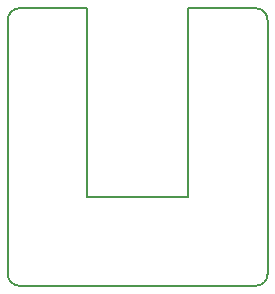
<source format=gbr>
%TF.GenerationSoftware,KiCad,Pcbnew,9.0.2*%
%TF.CreationDate,2025-12-07T23:47:29+09:00*%
%TF.ProjectId,pmw3610_breakout_for_frostortho,706d7733-3631-4305-9f62-7265616b6f75,rev?*%
%TF.SameCoordinates,Original*%
%TF.FileFunction,Profile,NP*%
%FSLAX46Y46*%
G04 Gerber Fmt 4.6, Leading zero omitted, Abs format (unit mm)*
G04 Created by KiCad (PCBNEW 9.0.2) date 2025-12-07 23:47:29*
%MOMM*%
%LPD*%
G01*
G04 APERTURE LIST*
%TA.AperFunction,Profile*%
%ADD10C,0.200000*%
%TD*%
G04 APERTURE END LIST*
D10*
X126000000Y-103500000D02*
G75*
G02*
X125000000Y-102500000I0J1000000D01*
G01*
X140250000Y-96000000D02*
X140250000Y-80000000D01*
X140250000Y-80000000D02*
X146000000Y-80000000D01*
X146000000Y-80000000D02*
G75*
G02*
X147000000Y-81000000I0J-1000000D01*
G01*
X147000000Y-102500000D02*
G75*
G02*
X146000000Y-103500000I-1000000J0D01*
G01*
X147000000Y-81000000D02*
X147000000Y-102500000D01*
X125000000Y-102500000D02*
X125000000Y-81000000D01*
X131750000Y-96000000D02*
X131750000Y-80000000D01*
X131750000Y-80000000D02*
X126000000Y-80000000D01*
X131750000Y-96000000D02*
X140250000Y-96000000D01*
X126000000Y-103500000D02*
X146000000Y-103500000D01*
X125000000Y-81000000D02*
G75*
G02*
X126000000Y-80000000I1000000J0D01*
G01*
M02*

</source>
